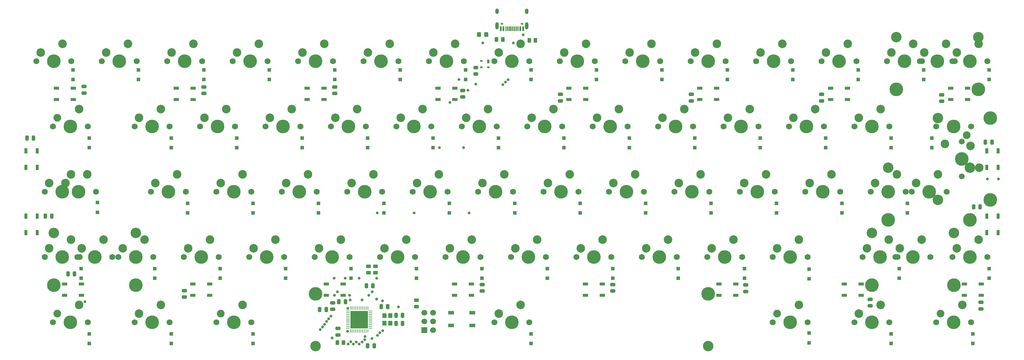
<source format=gbr>
%TF.GenerationSoftware,KiCad,Pcbnew,(6.0.8)*%
%TF.CreationDate,2022-10-24T21:08:13+02:00*%
%TF.ProjectId,cod67-iso,636f6436-372d-4697-936f-2e6b69636164,rev?*%
%TF.SameCoordinates,Original*%
%TF.FileFunction,Soldermask,Bot*%
%TF.FilePolarity,Negative*%
%FSLAX46Y46*%
G04 Gerber Fmt 4.6, Leading zero omitted, Abs format (unit mm)*
G04 Created by KiCad (PCBNEW (6.0.8)) date 2022-10-24 21:08:13*
%MOMM*%
%LPD*%
G01*
G04 APERTURE LIST*
G04 Aperture macros list*
%AMRoundRect*
0 Rectangle with rounded corners*
0 $1 Rounding radius*
0 $2 $3 $4 $5 $6 $7 $8 $9 X,Y pos of 4 corners*
0 Add a 4 corners polygon primitive as box body*
4,1,4,$2,$3,$4,$5,$6,$7,$8,$9,$2,$3,0*
0 Add four circle primitives for the rounded corners*
1,1,$1+$1,$2,$3*
1,1,$1+$1,$4,$5*
1,1,$1+$1,$6,$7*
1,1,$1+$1,$8,$9*
0 Add four rect primitives between the rounded corners*
20,1,$1+$1,$2,$3,$4,$5,0*
20,1,$1+$1,$4,$5,$6,$7,0*
20,1,$1+$1,$6,$7,$8,$9,0*
20,1,$1+$1,$8,$9,$2,$3,0*%
G04 Aperture macros list end*
%ADD10C,3.987800*%
%ADD11C,1.750000*%
%ADD12C,2.500000*%
%ADD13C,1.701800*%
%ADD14C,3.048000*%
%ADD15C,2.250000*%
%ADD16R,1.100000X1.100000*%
%ADD17R,1.500000X0.900000*%
%ADD18RoundRect,0.250000X-0.250000X-0.475000X0.250000X-0.475000X0.250000X0.475000X-0.250000X0.475000X0*%
%ADD19RoundRect,0.250000X-0.475000X0.250000X-0.475000X-0.250000X0.475000X-0.250000X0.475000X0.250000X0*%
%ADD20RoundRect,0.250000X0.475000X-0.250000X0.475000X0.250000X-0.475000X0.250000X-0.475000X-0.250000X0*%
%ADD21RoundRect,0.250000X0.450000X-0.262500X0.450000X0.262500X-0.450000X0.262500X-0.450000X-0.262500X0*%
%ADD22RoundRect,0.243750X0.456250X-0.243750X0.456250X0.243750X-0.456250X0.243750X-0.456250X-0.243750X0*%
%ADD23R,1.200000X1.400000*%
%ADD24RoundRect,0.250000X-0.262500X-0.450000X0.262500X-0.450000X0.262500X0.450000X-0.262500X0.450000X0*%
%ADD25R,0.700000X1.000000*%
%ADD26R,0.700000X0.600000*%
%ADD27R,0.900000X1.500000*%
%ADD28C,1.700000*%
%ADD29R,1.700000X1.700000*%
%ADD30RoundRect,0.250000X0.262500X0.450000X-0.262500X0.450000X-0.262500X-0.450000X0.262500X-0.450000X0*%
%ADD31RoundRect,0.250000X-0.325000X-0.450000X0.325000X-0.450000X0.325000X0.450000X-0.325000X0.450000X0*%
%ADD32RoundRect,0.062500X-0.062500X0.475000X-0.062500X-0.475000X0.062500X-0.475000X0.062500X0.475000X0*%
%ADD33RoundRect,0.062500X-0.475000X0.062500X-0.475000X-0.062500X0.475000X-0.062500X0.475000X0.062500X0*%
%ADD34R,5.200000X5.200000*%
%ADD35RoundRect,0.250000X0.250000X0.475000X-0.250000X0.475000X-0.250000X-0.475000X0.250000X-0.475000X0*%
%ADD36C,0.650000*%
%ADD37R,0.600000X1.450000*%
%ADD38R,0.300000X1.450000*%
%ADD39O,1.000000X1.600000*%
%ADD40O,1.000000X2.100000*%
%ADD41R,1.800000X1.100000*%
%ADD42C,0.800000*%
G04 APERTURE END LIST*
D10*
%TO.C,MX22*%
X169068750Y-70643750D03*
D11*
X163988750Y-70643750D03*
X174148750Y-70643750D03*
D12*
X165258750Y-68103750D03*
X171608750Y-65563750D03*
%TD*%
D11*
%TO.C,MX31*%
X83661250Y-89693750D03*
D10*
X78581250Y-89693750D03*
D11*
X73501250Y-89693750D03*
D12*
X74771250Y-87153750D03*
X81121250Y-84613750D03*
%TD*%
D10*
%TO.C,MX25*%
X226218750Y-70643750D03*
D11*
X221138750Y-70643750D03*
X231298750Y-70643750D03*
D12*
X222408750Y-68103750D03*
X228758750Y-65563750D03*
%TD*%
D10*
%TO.C,MX45*%
X88106250Y-108743750D03*
D11*
X93186250Y-108743750D03*
X83026250Y-108743750D03*
D12*
X84296250Y-106203750D03*
X90646250Y-103663750D03*
%TD*%
D11*
%TO.C,MX6*%
X135413750Y-51593750D03*
X145573750Y-51593750D03*
D10*
X140493750Y-51593750D03*
D12*
X136683750Y-49053750D03*
X143033750Y-46513750D03*
%TD*%
D11*
%TO.C,MX19*%
X116998750Y-70643750D03*
D10*
X111918750Y-70643750D03*
D11*
X106838750Y-70643750D03*
D12*
X108108750Y-68103750D03*
X114458750Y-65563750D03*
%TD*%
D11*
%TO.C,MX30*%
X42544500Y-89693750D03*
D10*
X47624500Y-89693750D03*
X52387500Y-89693750D03*
D11*
X57467500Y-89693750D03*
D12*
X43814500Y-87153750D03*
X48577500Y-87153750D03*
X50164500Y-84613750D03*
X54927500Y-84613750D03*
%TD*%
D10*
%TO.C,MX33*%
X116681250Y-89693750D03*
D11*
X121761250Y-89693750D03*
X111601250Y-89693750D03*
D12*
X112871250Y-87153750D03*
X119221250Y-84613750D03*
%TD*%
D10*
%TO.C,MX42*%
X288131250Y-89693750D03*
D11*
X293211250Y-89693750D03*
X283051250Y-89693750D03*
D12*
X284321250Y-87153750D03*
X290671250Y-84613750D03*
%TD*%
D11*
%TO.C,MX56*%
X317023750Y-108743750D03*
X306863750Y-108743750D03*
D10*
X311943750Y-108743750D03*
D12*
X308133750Y-106203750D03*
X314483750Y-103663750D03*
%TD*%
D13*
%TO.C,MX29*%
X309562500Y-75088750D03*
D14*
X302577500Y-92106750D03*
X302577500Y-68230750D03*
D10*
X317817500Y-68230750D03*
X317817500Y-92106750D03*
X309562500Y-80168750D03*
D13*
X309562500Y-85248750D03*
D12*
X312102500Y-76358750D03*
X314642500Y-82708750D03*
%TD*%
D14*
%TO.C,MX60*%
X235743750Y-134778750D03*
X121443750Y-134778750D03*
D11*
X183673750Y-127793750D03*
D10*
X235743750Y-119538750D03*
D11*
X173513750Y-127793750D03*
D10*
X121443750Y-119538750D03*
X178593750Y-127793750D03*
D12*
X174783750Y-125253750D03*
X181133750Y-122713750D03*
%TD*%
D11*
%TO.C,MX37*%
X197961250Y-89693750D03*
D10*
X192881250Y-89693750D03*
D11*
X187801250Y-89693750D03*
D12*
X189071250Y-87153750D03*
X195421250Y-84613750D03*
%TD*%
D10*
%TO.C,MX28*%
X283368750Y-70643750D03*
D11*
X278288750Y-70643750D03*
X288448750Y-70643750D03*
D12*
X279558750Y-68103750D03*
X285908750Y-65563750D03*
%TD*%
D11*
%TO.C,MX5*%
X126523750Y-51593750D03*
X116363750Y-51593750D03*
D10*
X121443750Y-51593750D03*
D12*
X117633750Y-49053750D03*
X123983750Y-46513750D03*
%TD*%
D11*
%TO.C,MX61*%
X264636250Y-127793750D03*
X254476250Y-127793750D03*
D10*
X259556250Y-127793750D03*
D15*
X255746250Y-125253750D03*
D12*
X262096250Y-122713750D03*
%TD*%
D10*
%TO.C,MX35*%
X154781250Y-89693750D03*
D11*
X149701250Y-89693750D03*
X159861250Y-89693750D03*
D12*
X150971250Y-87153750D03*
X157321250Y-84613750D03*
%TD*%
D11*
%TO.C,MX34*%
X140811250Y-89693750D03*
X130651250Y-89693750D03*
D10*
X135731250Y-89693750D03*
D12*
X131921250Y-87153750D03*
X138271250Y-84613750D03*
%TD*%
D10*
%TO.C,MX14*%
X292893750Y-51593750D03*
D11*
X297973750Y-51593750D03*
X287813750Y-51593750D03*
D12*
X289083750Y-49053750D03*
X295433750Y-46513750D03*
%TD*%
D11*
%TO.C,MX53*%
X245586250Y-108743750D03*
D10*
X240506250Y-108743750D03*
D11*
X235426250Y-108743750D03*
D12*
X236696250Y-106203750D03*
X243046250Y-103663750D03*
%TD*%
D11*
%TO.C,MX42b1*%
X305117500Y-89693750D03*
X294957500Y-89693750D03*
D10*
X288131250Y-97948750D03*
X300037500Y-89693750D03*
X311943750Y-97948750D03*
D14*
X288131250Y-82708750D03*
X311943750Y-82708750D03*
D12*
X296227500Y-87153750D03*
X302577500Y-84613750D03*
%TD*%
D11*
%TO.C,MX2*%
X59213750Y-51593750D03*
X69373750Y-51593750D03*
D10*
X64293750Y-51593750D03*
D12*
X60483750Y-49053750D03*
X66833750Y-46513750D03*
%TD*%
D10*
%TO.C,MX23*%
X188118750Y-70643750D03*
D11*
X183038750Y-70643750D03*
X193198750Y-70643750D03*
D12*
X184308750Y-68103750D03*
X190658750Y-65563750D03*
%TD*%
D11*
%TO.C,MX15b1*%
X297338750Y-51593750D03*
D10*
X290512500Y-59848750D03*
D14*
X314325000Y-44608750D03*
X290512500Y-44608750D03*
D11*
X307498750Y-51593750D03*
D10*
X314325000Y-59848750D03*
X302418750Y-51593750D03*
D12*
X298608750Y-49053750D03*
X304958750Y-46513750D03*
%TD*%
D11*
%TO.C,MX10*%
X221773750Y-51593750D03*
D10*
X216693750Y-51593750D03*
D11*
X211613750Y-51593750D03*
D12*
X212883750Y-49053750D03*
X219233750Y-46513750D03*
%TD*%
D10*
%TO.C,MX9*%
X197643750Y-51593750D03*
D11*
X192563750Y-51593750D03*
X202723750Y-51593750D03*
D12*
X193833750Y-49053750D03*
X200183750Y-46513750D03*
%TD*%
D11*
%TO.C,MX47*%
X121126250Y-108743750D03*
X131286250Y-108743750D03*
D10*
X126206250Y-108743750D03*
D12*
X122396250Y-106203750D03*
X128746250Y-103663750D03*
%TD*%
D11*
%TO.C,MX21*%
X144938750Y-70643750D03*
X155098750Y-70643750D03*
D10*
X150018750Y-70643750D03*
D12*
X146208750Y-68103750D03*
X152558750Y-65563750D03*
%TD*%
D11*
%TO.C,MX13*%
X268763750Y-51593750D03*
X278923750Y-51593750D03*
D10*
X273843750Y-51593750D03*
D12*
X270033750Y-49053750D03*
X276383750Y-46513750D03*
%TD*%
D10*
%TO.C,MX38*%
X211931250Y-89693750D03*
D11*
X206851250Y-89693750D03*
X217011250Y-89693750D03*
D12*
X208121250Y-87153750D03*
X214471250Y-84613750D03*
%TD*%
D10*
%TO.C,MX39*%
X230981250Y-89693750D03*
D11*
X225901250Y-89693750D03*
X236061250Y-89693750D03*
D12*
X227171250Y-87153750D03*
X233521250Y-84613750D03*
%TD*%
D11*
%TO.C,MX51*%
X207486250Y-108743750D03*
X197326250Y-108743750D03*
D10*
X202406250Y-108743750D03*
D12*
X198596250Y-106203750D03*
X204946250Y-103663750D03*
%TD*%
D11*
%TO.C,MX3*%
X78263750Y-51593750D03*
D10*
X83343750Y-51593750D03*
D11*
X88423750Y-51593750D03*
D12*
X79533750Y-49053750D03*
X85883750Y-46513750D03*
%TD*%
D11*
%TO.C,MX48*%
X150336250Y-108743750D03*
X140176250Y-108743750D03*
D10*
X145256250Y-108743750D03*
D12*
X141446250Y-106203750D03*
X147796250Y-103663750D03*
%TD*%
D10*
%TO.C,MX49*%
X164306250Y-108743750D03*
D11*
X169386250Y-108743750D03*
X159226250Y-108743750D03*
D12*
X160496250Y-106203750D03*
X166846250Y-103663750D03*
%TD*%
D11*
%TO.C,MX59*%
X102711250Y-127793750D03*
D10*
X97631250Y-127793750D03*
D11*
X92551250Y-127793750D03*
D15*
X93821250Y-125253750D03*
D12*
X100171250Y-122713750D03*
%TD*%
D11*
%TO.C,MX43*%
X42545000Y-108743750D03*
X52705000Y-108743750D03*
D10*
X47625000Y-108743750D03*
D12*
X43815000Y-106203750D03*
X50165000Y-103663750D03*
%TD*%
D11*
%TO.C,MX12*%
X249713750Y-51593750D03*
X259873750Y-51593750D03*
D10*
X254793750Y-51593750D03*
D12*
X250983750Y-49053750D03*
X257333750Y-46513750D03*
%TD*%
D11*
%TO.C,MX20*%
X136048750Y-70643750D03*
D10*
X130968750Y-70643750D03*
D11*
X125888750Y-70643750D03*
D12*
X127158750Y-68103750D03*
X133508750Y-65563750D03*
%TD*%
D11*
%TO.C,MX43b1*%
X52070000Y-108743750D03*
D10*
X57150000Y-108743750D03*
X45243750Y-116998750D03*
X69056250Y-116998750D03*
D14*
X45243750Y-101758750D03*
X69056250Y-101758750D03*
D11*
X62230000Y-108743750D03*
D12*
X53340000Y-106203750D03*
X59690000Y-103663750D03*
%TD*%
D11*
%TO.C,MX62*%
X278288750Y-127793750D03*
X288448750Y-127793750D03*
D10*
X283368750Y-127793750D03*
D12*
X279558750Y-125253750D03*
X285908750Y-122713750D03*
%TD*%
D11*
%TO.C,MX17*%
X78898750Y-70643750D03*
X68738750Y-70643750D03*
D10*
X73818750Y-70643750D03*
D12*
X70008750Y-68103750D03*
X76358750Y-65563750D03*
%TD*%
D10*
%TO.C,MX15*%
X311943750Y-51593750D03*
D11*
X306863750Y-51593750D03*
X317023750Y-51593750D03*
D12*
X308133750Y-49053750D03*
X314483750Y-46513750D03*
%TD*%
D10*
%TO.C,MX58*%
X73818750Y-127793750D03*
D11*
X68738750Y-127793750D03*
X78898750Y-127793750D03*
D12*
X70008750Y-125253750D03*
X76358750Y-122713750D03*
%TD*%
D10*
%TO.C,MX7*%
X159543750Y-51593750D03*
D11*
X154463750Y-51593750D03*
X164623750Y-51593750D03*
D12*
X155733750Y-49053750D03*
X162083750Y-46513750D03*
%TD*%
D11*
%TO.C,MX56b1*%
X300355000Y-108743750D03*
D14*
X283337000Y-101758750D03*
D10*
X307213000Y-116998750D03*
X283337000Y-116998750D03*
D11*
X290195000Y-108743750D03*
D14*
X307213000Y-101758750D03*
D10*
X295275000Y-108743750D03*
D12*
X291465000Y-106203750D03*
X297815000Y-103663750D03*
%TD*%
D11*
%TO.C,MX57*%
X55086250Y-127793750D03*
X44926250Y-127793750D03*
D10*
X50006250Y-127793750D03*
D15*
X46196250Y-125253750D03*
D12*
X52546250Y-122713750D03*
%TD*%
D10*
%TO.C,MX63*%
X307181250Y-127793750D03*
D11*
X302101250Y-127793750D03*
X312261250Y-127793750D03*
D15*
X303371250Y-125253750D03*
D12*
X309721250Y-122713750D03*
%TD*%
D10*
%TO.C,MX40*%
X250031250Y-89693750D03*
D11*
X255111250Y-89693750D03*
X244951250Y-89693750D03*
D12*
X246221250Y-87153750D03*
X252571250Y-84613750D03*
%TD*%
D11*
%TO.C,MX55*%
X290830000Y-108743750D03*
X280670000Y-108743750D03*
D10*
X285750000Y-108743750D03*
D12*
X281940000Y-106203750D03*
X288290000Y-103663750D03*
%TD*%
D11*
%TO.C,MX29b1*%
X312261250Y-70643750D03*
X302101250Y-70643750D03*
D10*
X307181250Y-70643750D03*
D15*
X310991250Y-73183750D03*
D12*
X304641250Y-75723750D03*
%TD*%
D11*
%TO.C,MX1*%
X40163750Y-51593750D03*
X50323750Y-51593750D03*
D10*
X45243750Y-51593750D03*
D12*
X41433750Y-49053750D03*
X47783750Y-46513750D03*
%TD*%
D11*
%TO.C,MX8*%
X183673750Y-51593750D03*
D10*
X178593750Y-51593750D03*
D11*
X173513750Y-51593750D03*
D12*
X174783750Y-49053750D03*
X181133750Y-46513750D03*
%TD*%
D10*
%TO.C,MX24*%
X207168750Y-70643750D03*
D11*
X212248750Y-70643750D03*
X202088750Y-70643750D03*
D12*
X203358750Y-68103750D03*
X209708750Y-65563750D03*
%TD*%
D11*
%TO.C,MX18*%
X87788750Y-70643750D03*
X97948750Y-70643750D03*
D10*
X92868750Y-70643750D03*
D12*
X89058750Y-68103750D03*
X95408750Y-65563750D03*
%TD*%
D10*
%TO.C,MX4*%
X102393750Y-51593750D03*
D11*
X97313750Y-51593750D03*
X107473750Y-51593750D03*
D12*
X98583750Y-49053750D03*
X104933750Y-46513750D03*
%TD*%
D11*
%TO.C,MX52*%
X226536250Y-108743750D03*
D10*
X221456250Y-108743750D03*
D11*
X216376250Y-108743750D03*
D12*
X217646250Y-106203750D03*
X223996250Y-103663750D03*
%TD*%
D11*
%TO.C,MX41*%
X264001250Y-89693750D03*
X274161250Y-89693750D03*
D10*
X269081250Y-89693750D03*
D12*
X265271250Y-87153750D03*
X271621250Y-84613750D03*
%TD*%
D10*
%TO.C,MX44*%
X69056250Y-108743750D03*
D11*
X63976250Y-108743750D03*
X74136250Y-108743750D03*
D12*
X65246250Y-106203750D03*
X71596250Y-103663750D03*
%TD*%
D11*
%TO.C,MX32*%
X92551250Y-89693750D03*
X102711250Y-89693750D03*
D10*
X97631250Y-89693750D03*
D12*
X93821250Y-87153750D03*
X100171250Y-84613750D03*
%TD*%
D11*
%TO.C,MX16*%
X55086250Y-70643750D03*
D10*
X50006250Y-70643750D03*
D11*
X44926250Y-70643750D03*
D15*
X46196250Y-68103750D03*
D12*
X52546250Y-65563750D03*
%TD*%
D10*
%TO.C,MX27*%
X264318750Y-70643750D03*
D11*
X269398750Y-70643750D03*
X259238750Y-70643750D03*
D12*
X260508750Y-68103750D03*
X266858750Y-65563750D03*
%TD*%
D10*
%TO.C,MX26*%
X245268750Y-70643750D03*
D11*
X240188750Y-70643750D03*
X250348750Y-70643750D03*
D12*
X241458750Y-68103750D03*
X247808750Y-65563750D03*
%TD*%
D11*
%TO.C,MX50*%
X178276250Y-108743750D03*
X188436250Y-108743750D03*
D10*
X183356250Y-108743750D03*
D12*
X179546250Y-106203750D03*
X185896250Y-103663750D03*
%TD*%
D10*
%TO.C,MX46*%
X107156250Y-108743750D03*
D11*
X102076250Y-108743750D03*
X112236250Y-108743750D03*
D12*
X103346250Y-106203750D03*
X109696250Y-103663750D03*
%TD*%
D11*
%TO.C,MX54*%
X254476250Y-108743750D03*
D10*
X259556250Y-108743750D03*
D11*
X264636250Y-108743750D03*
D12*
X255746250Y-106203750D03*
X262096250Y-103663750D03*
%TD*%
D10*
%TO.C,MX36*%
X173831250Y-89693750D03*
D11*
X178911250Y-89693750D03*
X168751250Y-89693750D03*
D12*
X170021250Y-87153750D03*
X176371250Y-84613750D03*
%TD*%
D11*
%TO.C,MX11*%
X240823750Y-51593750D03*
X230663750Y-51593750D03*
D10*
X235743750Y-51593750D03*
D12*
X231933750Y-49053750D03*
X238283750Y-46513750D03*
%TD*%
D16*
%TO.C,D13*%
X279400000Y-56962500D03*
X279400000Y-54162500D03*
%TD*%
D17*
%TO.C,LED19*%
X199956250Y-119918750D03*
X199956250Y-116618750D03*
X204856250Y-116618750D03*
X204856250Y-119918750D03*
%TD*%
D18*
%TO.C,C6*%
X136591000Y-134620000D03*
X138491000Y-134620000D03*
%TD*%
D16*
%TO.C,D60*%
X184150000Y-133956250D03*
X184150000Y-131156250D03*
%TD*%
D18*
%TO.C,C13*%
X37404000Y-74041000D03*
X39304000Y-74041000D03*
%TD*%
D19*
%TO.C,C23*%
X164211000Y-60137000D03*
X164211000Y-62037000D03*
%TD*%
D16*
%TO.C,D43*%
X53181250Y-114906250D03*
X53181250Y-112106250D03*
%TD*%
D20*
%TO.C,C17*%
X83185000Y-120457000D03*
X83185000Y-118557000D03*
%TD*%
D21*
%TO.C,R6*%
X150749000Y-123213500D03*
X150749000Y-121388500D03*
%TD*%
D16*
%TO.C,D61*%
X265112500Y-133768750D03*
X265112500Y-130968750D03*
%TD*%
%TO.C,D42*%
X293687500Y-95856250D03*
X293687500Y-93056250D03*
%TD*%
D17*
%TO.C,LED8*%
X123893750Y-59468750D03*
X123893750Y-62768750D03*
X118993750Y-62768750D03*
X118993750Y-59468750D03*
%TD*%
D22*
%TO.C,F1*%
X168021000Y-55293500D03*
X168021000Y-53418500D03*
%TD*%
D17*
%TO.C,LED7*%
X85793750Y-59468750D03*
X85793750Y-62768750D03*
X80893750Y-62768750D03*
X80893750Y-59468750D03*
%TD*%
D18*
%TO.C,C2*%
X144846000Y-128143000D03*
X146746000Y-128143000D03*
%TD*%
D23*
%TO.C,Y1*%
X141491600Y-128036500D03*
X141491600Y-125836500D03*
X143191600Y-125836500D03*
X143191600Y-128036500D03*
%TD*%
D20*
%TO.C,C28*%
X53975000Y-60894000D03*
X53975000Y-58994000D03*
%TD*%
D16*
%TO.C,D32*%
X103187500Y-95856250D03*
X103187500Y-93056250D03*
%TD*%
D24*
%TO.C,R2*%
X174093500Y-45212000D03*
X175918500Y-45212000D03*
%TD*%
D25*
%TO.C,U2*%
X171688000Y-51701000D03*
D26*
X171688000Y-53401000D03*
X169688000Y-53401000D03*
X169688000Y-51501000D03*
%TD*%
D16*
%TO.C,D23*%
X193675000Y-76806250D03*
X193675000Y-74006250D03*
%TD*%
D17*
%TO.C,LED16*%
X310287500Y-119918750D03*
X310287500Y-116618750D03*
X315187500Y-116618750D03*
X315187500Y-119918750D03*
%TD*%
D16*
%TO.C,D57*%
X55562500Y-133956250D03*
X55562500Y-131156250D03*
%TD*%
D20*
%TO.C,C22*%
X192659000Y-63180000D03*
X192659000Y-61280000D03*
%TD*%
D27*
%TO.C,LED5*%
X37094500Y-77718750D03*
X40394500Y-77718750D03*
X40394500Y-82618750D03*
X37094500Y-82618750D03*
%TD*%
D19*
%TO.C,C12*%
X315087000Y-121986000D03*
X315087000Y-123886000D03*
%TD*%
D16*
%TO.C,D41*%
X274637500Y-95856250D03*
X274637500Y-93056250D03*
%TD*%
D19*
%TO.C,C16*%
X303657000Y-61407000D03*
X303657000Y-63307000D03*
%TD*%
D16*
%TO.C,D20*%
X136525000Y-76806250D03*
X136525000Y-74006250D03*
%TD*%
D28*
%TO.C,J1*%
X155575000Y-124979500D03*
X153035000Y-124979500D03*
X155575000Y-127519500D03*
X153035000Y-127519500D03*
X155575000Y-130059500D03*
D29*
X153035000Y-130059500D03*
%TD*%
D30*
%TO.C,R3*%
X185443500Y-45466000D03*
X183618500Y-45466000D03*
%TD*%
D19*
%TO.C,C26*%
X127000000Y-59121000D03*
X127000000Y-61021000D03*
%TD*%
D16*
%TO.C,D2*%
X69850000Y-56962500D03*
X69850000Y-54162500D03*
%TD*%
D20*
%TO.C,C21*%
X268732000Y-63180000D03*
X268732000Y-61280000D03*
%TD*%
D16*
%TO.C,D55*%
X291306250Y-114906250D03*
X291306250Y-112106250D03*
%TD*%
D20*
%TO.C,C9*%
X88900000Y-61021000D03*
X88900000Y-59121000D03*
%TD*%
D18*
%TO.C,C3*%
X144846000Y-125793500D03*
X146746000Y-125793500D03*
%TD*%
D16*
%TO.C,D19*%
X117475000Y-76806250D03*
X117475000Y-74006250D03*
%TD*%
%TO.C,D40*%
X255587500Y-95856250D03*
X255587500Y-93056250D03*
%TD*%
%TO.C,D15*%
X317500000Y-56962500D03*
X317500000Y-54162500D03*
%TD*%
%TO.C,D53*%
X246253000Y-114938000D03*
X246253000Y-112138000D03*
%TD*%
%TO.C,D29*%
X300831250Y-76806250D03*
X300831250Y-74006250D03*
%TD*%
D31*
%TO.C,FB1*%
X169028000Y-43815000D03*
X171078000Y-43815000D03*
%TD*%
D16*
%TO.C,D37*%
X198437500Y-95856250D03*
X198437500Y-93056250D03*
%TD*%
D32*
%TO.C,U1*%
X131612000Y-123662500D03*
X132112000Y-123662500D03*
X132612000Y-123662500D03*
X133112000Y-123662500D03*
X133612000Y-123662500D03*
X134112000Y-123662500D03*
X134612000Y-123662500D03*
X135112000Y-123662500D03*
X135612000Y-123662500D03*
X136112000Y-123662500D03*
X136612000Y-123662500D03*
D33*
X137449500Y-124500000D03*
X137449500Y-125000000D03*
X137449500Y-125500000D03*
X137449500Y-126000000D03*
X137449500Y-126500000D03*
X137449500Y-127000000D03*
X137449500Y-127500000D03*
X137449500Y-128000000D03*
X137449500Y-128500000D03*
X137449500Y-129000000D03*
X137449500Y-129500000D03*
D32*
X136612000Y-130337500D03*
X136112000Y-130337500D03*
X135612000Y-130337500D03*
X135112000Y-130337500D03*
X134612000Y-130337500D03*
X134112000Y-130337500D03*
X133612000Y-130337500D03*
X133112000Y-130337500D03*
X132612000Y-130337500D03*
X132112000Y-130337500D03*
X131612000Y-130337500D03*
D33*
X130774500Y-129500000D03*
X130774500Y-129000000D03*
X130774500Y-128500000D03*
X130774500Y-128000000D03*
X130774500Y-127500000D03*
X130774500Y-127000000D03*
X130774500Y-126500000D03*
X130774500Y-126000000D03*
X130774500Y-125500000D03*
X130774500Y-125000000D03*
X130774500Y-124500000D03*
D34*
X134112000Y-127000000D03*
%TD*%
D17*
%TO.C,LED13*%
X311218750Y-59468750D03*
X311218750Y-62768750D03*
X306318750Y-62768750D03*
X306318750Y-59468750D03*
%TD*%
%TO.C,LED3*%
X48350000Y-119918750D03*
X48350000Y-116618750D03*
X53250000Y-116618750D03*
X53250000Y-119918750D03*
%TD*%
D16*
%TO.C,D47*%
X131762500Y-114906250D03*
X131762500Y-112106250D03*
%TD*%
%TO.C,D36*%
X179387500Y-95856250D03*
X179387500Y-93056250D03*
%TD*%
%TO.C,D48*%
X150812500Y-114906250D03*
X150812500Y-112106250D03*
%TD*%
%TO.C,D45*%
X93662500Y-114906250D03*
X93662500Y-112106250D03*
%TD*%
%TO.C,D54*%
X265112500Y-115093750D03*
X265112500Y-112293750D03*
%TD*%
%TO.C,D12*%
X260350000Y-56962500D03*
X260350000Y-54162500D03*
%TD*%
%TO.C,D11*%
X241300000Y-56962500D03*
X241300000Y-54162500D03*
%TD*%
%TO.C,D8*%
X184150000Y-56962500D03*
X184150000Y-54162500D03*
%TD*%
%TO.C,D56*%
X317500000Y-114906250D03*
X317500000Y-112106250D03*
%TD*%
%TO.C,D59*%
X103187500Y-133956250D03*
X103187500Y-131156250D03*
%TD*%
%TO.C,D22*%
X174625000Y-76806250D03*
X174625000Y-74006250D03*
%TD*%
%TO.C,D51*%
X207962500Y-114906250D03*
X207962500Y-112106250D03*
%TD*%
D35*
%TO.C,C24*%
X314894000Y-94107000D03*
X312994000Y-94107000D03*
%TD*%
D18*
%TO.C,C15*%
X42738000Y-96774000D03*
X44638000Y-96774000D03*
%TD*%
D16*
%TO.C,D52*%
X227012500Y-114906250D03*
X227012500Y-112106250D03*
%TD*%
D17*
%TO.C,LED20*%
X161856250Y-119918750D03*
X161856250Y-116618750D03*
X166756250Y-116618750D03*
X166756250Y-119918750D03*
%TD*%
D16*
%TO.C,D18*%
X98425000Y-76806250D03*
X98425000Y-74006250D03*
%TD*%
%TO.C,D10*%
X222250000Y-56962500D03*
X222250000Y-54162500D03*
%TD*%
D21*
%TO.C,R5*%
X138811000Y-113307500D03*
X138811000Y-111482500D03*
%TD*%
D16*
%TO.C,D1*%
X50800000Y-56962500D03*
X50800000Y-54162500D03*
%TD*%
%TO.C,D33*%
X122237500Y-95856250D03*
X122237500Y-93056250D03*
%TD*%
%TO.C,D25*%
X231775000Y-76806250D03*
X231775000Y-74006250D03*
%TD*%
%TO.C,D30*%
X57943750Y-95668750D03*
X57943750Y-92868750D03*
%TD*%
D18*
%TO.C,C7*%
X140502600Y-123190000D03*
X142402600Y-123190000D03*
%TD*%
D17*
%TO.C,LED9*%
X161993750Y-59468750D03*
X161993750Y-62768750D03*
X157093750Y-62768750D03*
X157093750Y-59468750D03*
%TD*%
D16*
%TO.C,D31*%
X84137500Y-95856250D03*
X84137500Y-93056250D03*
%TD*%
D27*
%TO.C,LED4*%
X37094500Y-96768750D03*
X40394500Y-96768750D03*
X40394500Y-101668750D03*
X37094500Y-101668750D03*
%TD*%
D16*
%TO.C,D50*%
X188912500Y-114906250D03*
X188912500Y-112106250D03*
%TD*%
%TO.C,D27*%
X269875000Y-76806250D03*
X269875000Y-74006250D03*
%TD*%
%TO.C,D28*%
X288925000Y-76806250D03*
X288925000Y-74006250D03*
%TD*%
%TO.C,D14*%
X298450000Y-56962500D03*
X298450000Y-54162500D03*
%TD*%
%TO.C,D7*%
X165100000Y-56962500D03*
X165100000Y-54162500D03*
%TD*%
%TO.C,D6*%
X146050000Y-56962500D03*
X146050000Y-54162500D03*
%TD*%
%TO.C,D26*%
X250825000Y-76806250D03*
X250825000Y-74006250D03*
%TD*%
%TO.C,D49*%
X169862500Y-114906250D03*
X169862500Y-112106250D03*
%TD*%
D36*
%TO.C,USB1*%
X175703750Y-40700000D03*
X181483750Y-40700000D03*
D37*
X175343750Y-42145000D03*
X176143750Y-42145000D03*
D38*
X177343750Y-42145000D03*
X178343750Y-42145000D03*
X178843750Y-42145000D03*
X179843750Y-42145000D03*
D37*
X181043750Y-42145000D03*
X181843750Y-42145000D03*
X181843750Y-42145000D03*
X181043750Y-42145000D03*
D38*
X180343750Y-42145000D03*
X179343750Y-42145000D03*
X177843750Y-42145000D03*
X176843750Y-42145000D03*
D37*
X176143750Y-42145000D03*
X175343750Y-42145000D03*
D39*
X174273750Y-37050000D03*
X182913750Y-37050000D03*
D40*
X182913750Y-41230000D03*
X174273750Y-41230000D03*
%TD*%
D20*
%TO.C,C18*%
X207899000Y-118679000D03*
X207899000Y-116779000D03*
%TD*%
D16*
%TO.C,D3*%
X88900000Y-56962500D03*
X88900000Y-54162500D03*
%TD*%
D19*
%TO.C,C20*%
X169926000Y-116779000D03*
X169926000Y-118679000D03*
%TD*%
D16*
%TO.C,D39*%
X236537500Y-95856250D03*
X236537500Y-93056250D03*
%TD*%
D17*
%TO.C,LED17*%
X275362500Y-119918750D03*
X275362500Y-116618750D03*
X280262500Y-116618750D03*
X280262500Y-119918750D03*
%TD*%
D16*
%TO.C,D44*%
X74612500Y-114906250D03*
X74612500Y-112106250D03*
%TD*%
%TO.C,D9*%
X203200000Y-56962500D03*
X203200000Y-54162500D03*
%TD*%
D27*
%TO.C,LED15*%
X320093750Y-101668750D03*
X316793750Y-101668750D03*
X316793750Y-96768750D03*
X320093750Y-96768750D03*
%TD*%
D17*
%TO.C,LED10*%
X200093750Y-59468750D03*
X200093750Y-62768750D03*
X195193750Y-62768750D03*
X195193750Y-59468750D03*
%TD*%
D16*
%TO.C,D5*%
X127000000Y-56962500D03*
X127000000Y-54162500D03*
%TD*%
D17*
%TO.C,LED6*%
X50868750Y-59468750D03*
X50868750Y-62768750D03*
X45968750Y-62768750D03*
X45968750Y-59468750D03*
%TD*%
D20*
%TO.C,C14*%
X282829000Y-122997000D03*
X282829000Y-121097000D03*
%TD*%
D16*
%TO.C,D38*%
X217487500Y-95856250D03*
X217487500Y-93056250D03*
%TD*%
%TO.C,D21*%
X155575000Y-76806250D03*
X155575000Y-74006250D03*
%TD*%
D17*
%TO.C,LED11*%
X238193750Y-59468750D03*
X238193750Y-62768750D03*
X233293750Y-62768750D03*
X233293750Y-59468750D03*
%TD*%
%TO.C,LED1*%
X124550000Y-119918750D03*
X124550000Y-116618750D03*
X129450000Y-116618750D03*
X129450000Y-119918750D03*
%TD*%
D35*
%TO.C,C19*%
X124521000Y-124079000D03*
X122621000Y-124079000D03*
%TD*%
D16*
%TO.C,D35*%
X160337500Y-95856250D03*
X160337500Y-93056250D03*
%TD*%
%TO.C,D34*%
X141287500Y-95856250D03*
X141287500Y-93056250D03*
%TD*%
D24*
%TO.C,R1*%
X127738500Y-133731000D03*
X129563500Y-133731000D03*
%TD*%
D17*
%TO.C,LED2*%
X85656250Y-119918750D03*
X85656250Y-116618750D03*
X90556250Y-116618750D03*
X90556250Y-119918750D03*
%TD*%
D35*
%TO.C,C1*%
X138110000Y-117094000D03*
X136210000Y-117094000D03*
%TD*%
D16*
%TO.C,D16*%
X55562500Y-76806250D03*
X55562500Y-74006250D03*
%TD*%
%TO.C,D4*%
X107950000Y-56962500D03*
X107950000Y-54162500D03*
%TD*%
%TO.C,D46*%
X112712500Y-114906250D03*
X112712500Y-112106250D03*
%TD*%
D17*
%TO.C,LED12*%
X276293750Y-59468750D03*
X276293750Y-62768750D03*
X271393750Y-62768750D03*
X271393750Y-59468750D03*
%TD*%
D16*
%TO.C,D62*%
X288925000Y-133956250D03*
X288925000Y-131156250D03*
%TD*%
D35*
%TO.C,C8*%
X130109000Y-121793000D03*
X128209000Y-121793000D03*
%TD*%
D16*
%TO.C,D58*%
X79375000Y-133956250D03*
X79375000Y-131156250D03*
%TD*%
D19*
%TO.C,C11*%
X246634000Y-116906000D03*
X246634000Y-118806000D03*
%TD*%
D16*
%TO.C,D17*%
X79375000Y-76806250D03*
X79375000Y-74006250D03*
%TD*%
D18*
%TO.C,C25*%
X49342000Y-113665000D03*
X51242000Y-113665000D03*
%TD*%
%TO.C,C10*%
X316423000Y-75184000D03*
X318323000Y-75184000D03*
%TD*%
D16*
%TO.C,D63*%
X312737500Y-133956250D03*
X312737500Y-131156250D03*
%TD*%
D17*
%TO.C,LED18*%
X238850000Y-119918750D03*
X238850000Y-116618750D03*
X243750000Y-116618750D03*
X243750000Y-119918750D03*
%TD*%
D16*
%TO.C,D24*%
X212725000Y-76806250D03*
X212725000Y-74006250D03*
%TD*%
D27*
%TO.C,LED14*%
X320093750Y-82618750D03*
X316793750Y-82618750D03*
X316793750Y-77718750D03*
X320093750Y-77718750D03*
%TD*%
D19*
%TO.C,C27*%
X230759000Y-61280000D03*
X230759000Y-63180000D03*
%TD*%
D21*
%TO.C,R4*%
X136779000Y-113307500D03*
X136779000Y-111482500D03*
%TD*%
D19*
%TO.C,C5*%
X126365000Y-122113000D03*
X126365000Y-124013000D03*
%TD*%
D41*
%TO.C,SW1*%
X167057000Y-125023000D03*
X160857000Y-128723000D03*
X167057000Y-128723000D03*
X160857000Y-125023000D03*
%TD*%
D20*
%TO.C,C4*%
X127889000Y-131506000D03*
X127889000Y-129606000D03*
%TD*%
D42*
X165735000Y-60071000D03*
X134977832Y-121319605D03*
X168021000Y-58293000D03*
X131445000Y-121285000D03*
X126873000Y-119888000D03*
X175945615Y-58496385D03*
X140847653Y-121543653D03*
X126238000Y-132334000D03*
X54231875Y-121810252D03*
X48350000Y-119868750D03*
X177419000Y-57023000D03*
X137827520Y-132519360D03*
X163128500Y-56962500D03*
X157480000Y-76835000D03*
X164533750Y-76835000D03*
X140160492Y-130855198D03*
X166116000Y-95885000D03*
X139319000Y-95885000D03*
X140936965Y-130225838D03*
X150114000Y-95885000D03*
X139192000Y-114935000D03*
X139218950Y-121040510D03*
X130048000Y-114935000D03*
X126856395Y-114918395D03*
X134112000Y-114935000D03*
X176694000Y-57729755D03*
X160528000Y-63627000D03*
X316992000Y-85979000D03*
X320167000Y-85979000D03*
X137922000Y-118872000D03*
X178943000Y-46228000D03*
X170053000Y-46228000D03*
X130810000Y-123698000D03*
X181835903Y-43906597D03*
X127762000Y-118872000D03*
X145542000Y-123317000D03*
X130687653Y-130433653D03*
X134048500Y-126936500D03*
X131318000Y-119888000D03*
X136906000Y-119888000D03*
X122788793Y-129909115D03*
X123415342Y-129130372D03*
X124066389Y-128371990D03*
X124586691Y-127518590D03*
X125220813Y-126746000D03*
X125876384Y-125984000D03*
X139463929Y-131572000D03*
X135837000Y-131912524D03*
X135705160Y-132910207D03*
X134943636Y-133557576D03*
X134112000Y-134112000D03*
X133249679Y-133586103D03*
X132419633Y-134142906D03*
X131653881Y-133500544D03*
X130928541Y-134188210D03*
M02*

</source>
